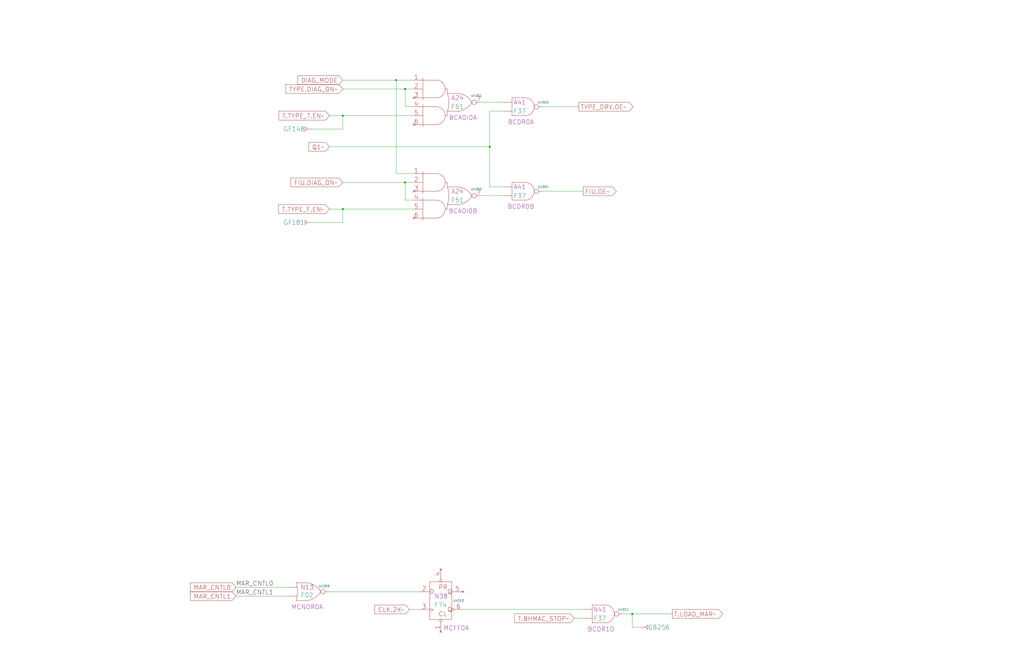
<source format=kicad_sch>
(kicad_sch (version 20230121) (generator eeschema)
  (paper "User" 584.2 378.46)
  (title_block (title "BUS CONTROL") (date "15-MAR-90") (rev "1.0") (comment 1 "TYPE") (comment 2 "232-003062") (comment 3 "S400") (comment 4 "RELEASED"))
  (lib_symbols
    (symbol "r1000:F02" (pin_numbers hide) (pin_names hide)
      (property "Reference" "U" (at 12.16 0.635 0))
      (property "Value" "F02" (at -1.27 -4.445 0))
      (property "Location" "___" (at 2.54 0 0))
      (property "Name" "______" (at 2.54 -12.7 0))
      (symbol "F02_0_1"
        (arc (start -3.81 -7.62) (mid -2.9847 -2.54) (end -3.81 2.54) (stroke (width 0.1524)))
        (polyline (pts (xy -5.08 -5.08) (xy -3.175 -5.08)) (stroke (width 0.1524)))
        (polyline (pts (xy -5.08 0) (xy -3.175 0)) (stroke (width 0.1524)))
        (polyline (pts (xy -3.81 -7.62) (xy 2.54 -7.62)) (stroke (width 0.1524)))
        (polyline (pts (xy -3.81 2.54) (xy 2.54 2.54)) (stroke (width 0.1524)))
        (polyline (pts (xy 13.97 -2.54) (xy 12.7 -2.54)) (stroke (width 0.1524)))
        (arc (start 2.54 -7.62) (mid 6.9515 -5.9823) (end 10.16 -2.54) (stroke (width 0.1524)))
        (arc (start 10.16 -2.54) (mid 6.9478 0.8966) (end 2.54 2.54) (stroke (width 0.1524)))
        (circle (center 11.43 -2.54) (radius 1.27) (stroke (width 0.1524)))
      )
      (symbol "F02_0_2"
        (circle (center -3.81 -5.08) (radius 1.27) (stroke (width 0.1524)))
        (circle (center -3.81 0) (radius 1.27) (stroke (width 0.1524)))
        (polyline (pts (xy -2.54 -7.62) (xy 5.08 -7.62)) (stroke (width 0.1524)))
        (polyline (pts (xy -2.54 2.54) (xy -2.54 -7.62)) (stroke (width 0.1524)))
        (polyline (pts (xy -2.54 2.54) (xy 5.08 2.54)) (stroke (width 0.1524)))
        (polyline (pts (xy 11.43 -2.54) (xy 10.16 -2.54)) (stroke (width 0.1524)))
        (polyline (pts (xy 11.43 -2.54) (xy 12.7 -2.54)) (stroke (width 0.1524)))
        (arc (start 5.08 -7.62) (mid 10.1282 -2.54) (end 5.08 2.54) (stroke (width 0.1524)))
      )
      (symbol "F02_1_1"
        (pin input line (at -7.62 0 0) (length 2.54) (name "D0") (number "1"))
        (pin input line (at -7.62 -5.08 0) (length 2.54) (name "D1") (number "2"))
        (pin output line (at 15.24 -2.54 180) (length 1.27) (name "Q") (number "3"))
      )
      (symbol "F02_1_2"
        (pin input line (at -7.62 0 0) (length 2.54) (name "D0") (number "1"))
        (pin input line (at -7.62 -5.08 0) (length 2.54) (name "D1") (number "2"))
        (pin output line (at 15.24 -2.54 180) (length 2.54) (name "Q") (number "3"))
      )
    )
    (symbol "r1000:F37" (pin_numbers hide) (pin_names (offset 0) hide)
      (property "Reference" "U" (at 15.24 0 0))
      (property "Value" "F37" (at 1.905 -5.08 0))
      (property "Location" "___" (at 1.905 0 0))
      (property "Name" "______" (at 2.54 -12.7 0))
      (symbol "F37_0_1"
        (polyline (pts (xy -2.54 -7.62) (xy 5.08 -7.62)) (stroke (width 0.1524)))
        (polyline (pts (xy -2.54 2.54) (xy -2.54 -7.62)) (stroke (width 0.1524)))
        (polyline (pts (xy -2.54 2.54) (xy 5.08 2.54)) (stroke (width 0.1524)))
        (arc (start 5.08 -7.62) (mid 10.1282 -2.54) (end 5.08 2.54) (stroke (width 0.1524)))
        (circle (center 11.43 -2.54) (radius 1.27) (stroke (width 0.1524)))
      )
      (symbol "F37_0_2"
        (circle (center -3.81 -5.08) (radius 1.27) (stroke (width 0.1524)))
        (circle (center -3.81 0) (radius 1.27) (stroke (width 0.1524)))
        (arc (start -3.175 -7.62) (mid -2.134 -2.54) (end -3.175 2.54) (stroke (width 0.1524)))
        (polyline (pts (xy -3.175 -7.62) (xy 3.81 -7.62)) (stroke (width 0.1524)))
        (polyline (pts (xy -3.175 2.54) (xy 3.81 2.54)) (stroke (width 0.1524)))
        (arc (start 3.81 -7.62) (mid 7.5855 -5.8306) (end 10.16 -2.54) (stroke (width 0.1524)))
        (arc (start 10.16 -2.54) (mid 7.5827 0.7471) (end 3.81 2.54) (stroke (width 0.1524)))
      )
      (symbol "F37_1_1"
        (pin input line (at -7.62 0 0) (length 5.08) (name "D0") (number "1"))
        (pin input line (at -7.62 -5.08 0) (length 5.08) (name "D1") (number "2"))
        (pin output line (at 15.24 -2.54 180) (length 2.54) (name "Q") (number "3"))
      )
      (symbol "F37_1_2"
        (pin input line (at -7.62 0 0) (length 2.54) (name "D0") (number "1"))
        (pin input line (at -7.62 -5.08 0) (length 2.54) (name "D1") (number "2"))
        (pin output line (at 15.24 -2.54 180) (length 5.08) (name "Q") (number "3"))
      )
    )
    (symbol "r1000:F51" (pin_names hide)
      (property "Reference" "U" (at 12.7 1.27 0))
      (property "Value" "F51" (at 1.905 -5.08 0))
      (property "Location" "___" (at 1.905 0 0))
      (property "Name" "______" (at 5.08 -12.7 0))
      (symbol "F51_0_0"
        (arc (start -10.16 -15.24) (mid -6.5679 -13.7521) (end -5.08 -10.16) (stroke (width 0.1524)))
        (arc (start -10.16 0) (mid -6.5679 1.4879) (end -5.08 5.08) (stroke (width 0.1524)))
        (arc (start -5.08 -10.16) (mid -6.5679 -6.5679) (end -10.16 -5.08) (stroke (width 0.1524)))
        (arc (start -5.08 5.08) (mid -6.5679 8.6721) (end -10.16 10.16) (stroke (width 0.1524)))
        (arc (start -3.8173 -7.62) (mid -2.9926 -2.54) (end -3.8173 2.54) (stroke (width 0.1524)))
        (polyline (pts (xy -20.32 -15.24) (xy -17.78 -15.24)) (stroke (width 0.1524)))
        (polyline (pts (xy -20.32 -10.16) (xy -17.78 -10.16)) (stroke (width 0.1524)))
        (polyline (pts (xy -20.32 -5.08) (xy -17.78 -5.08)) (stroke (width 0.1524)))
        (polyline (pts (xy -20.32 0) (xy -17.78 0)) (stroke (width 0.1524)))
        (polyline (pts (xy -20.32 5.08) (xy -17.78 5.08)) (stroke (width 0.1524)))
        (polyline (pts (xy -20.32 10.16) (xy -17.78 10.16)) (stroke (width 0.1524)))
        (polyline (pts (xy -17.78 -3.81) (xy -17.78 -16.51)) (stroke (width 0.1524)))
        (polyline (pts (xy -17.78 11.43) (xy -17.78 -1.27)) (stroke (width 0.1524)))
        (polyline (pts (xy -10.16 -15.24) (xy -17.78 -15.24)) (stroke (width 0.1524)))
        (polyline (pts (xy -10.16 -5.08) (xy -17.78 -5.08)) (stroke (width 0.1524)))
        (polyline (pts (xy -10.16 0) (xy -17.78 0)) (stroke (width 0.1524)))
        (polyline (pts (xy -10.16 10.16) (xy -17.78 10.16)) (stroke (width 0.1524)))
        (polyline (pts (xy -3.81 -7.62) (xy 2.54 -7.62)) (stroke (width 0.1524)))
        (polyline (pts (xy -3.81 2.54) (xy 2.54 2.54)) (stroke (width 0.1524)))
        (polyline (pts (xy -5.08 -10.16) (xy -3.81 -10.16) (xy -3.81 -7.62)) (stroke (width 0.1524)))
        (polyline (pts (xy -5.08 5.08) (xy -3.81 5.08) (xy -3.81 2.54)) (stroke (width 0.1524)))
        (arc (start 2.54 -7.62) (mid 6.9504 -5.9805) (end 10.16 -2.54) (stroke (width 0.1524)))
        (arc (start 10.16 -2.54) (mid 6.9516 0.9024) (end 2.54 2.54) (stroke (width 0.1524)))
        (circle (center 11.43 -2.54) (radius 1.27) (stroke (width 0.1524)))
      )
      (symbol "F51_1_1"
        (pin input line (at -22.86 10.16 0) (length 2.54) (name "A1") (number "1"))
        (pin input line (at -22.86 5.08 0) (length 2.54) (name "A2") (number "2"))
        (pin input line (at -22.86 0 0) (length 2.54) (name "A3") (number "3"))
        (pin input line (at -22.86 -5.08 0) (length 2.54) (name "B1") (number "4"))
        (pin input line (at -22.86 -10.16 0) (length 2.54) (name "B2") (number "5"))
        (pin input line (at -22.86 -15.24 0) (length 2.54) (name "B3") (number "6"))
        (pin output line (at 15.24 -2.54 180) (length 2.54) (name "Q") (number "7"))
      )
    )
    (symbol "r1000:F74" (pin_names (offset 1.016) hide)
      (property "Reference" "U" (at 12.7 -2.54 0))
      (property "Value" "F74" (at -1.27 -5.08 0))
      (property "Location" "___" (at -1.27 0 0))
      (property "Name" "______" (at 11.43 -19.685 0))
      (symbol "F74_0_1"
        (rectangle (start -3.81 8.255) (end 8.89 -13.335) (stroke (width 0.1524)))
        (polyline (pts (xy 2.54 -15.24) (xy 2.54 -14.605)) (stroke (width 0.1524)))
        (polyline (pts (xy 2.54 10.16) (xy 2.54 9.525)) (stroke (width 0.1524)))
      )
      (symbol "F74_1_1"
        (circle (center 2.54 -13.97) (radius 0.635))
        (circle (center 2.54 8.89) (radius 0.635))
        (circle (center 9.525 -7.62) (radius 0.635))
        (text ">" (at -2.54 -7.62 0) (effects (font (size 2.54 2.54))))
        (text "C" (at 2.54 -10.16 0) (effects (font (size 2.54 2.54))))
        (text "D" (at -2.54 2.54 0) (effects (font (size 2.54 2.54))))
        (text "L" (at 5.08 -10.16 0) (effects (font (size 2.54 2.54))))
        (text "P" (at 2.54 5.08 0) (effects (font (size 2.54 2.54))))
        (text "Q" (at 7.62 -7.62 0) (effects (font (size 2.54 2.54))))
        (text "Q" (at 7.62 2.54 0) (effects (font (size 2.54 2.54))))
        (text "R" (at 5.08 5.08 0) (effects (font (size 2.54 2.54))))
        (pin input line (at 2.54 -20.32 90) (length 5.08) (name "CL_") (number "1"))
        (pin input line (at -10.16 2.54 0) (length 6.35) (name "D") (number "2"))
        (pin input line (at -10.16 -7.62 0) (length 6.35) (name "CLK") (number "3"))
        (pin input line (at 2.54 15.24 270) (length 5.08) (name "PR_") (number "4"))
        (pin output line (at 15.24 2.54 180) (length 6.35) (name "Q") (number "5"))
        (pin output line (at 15.24 -7.62 180) (length 5.08) (name "Q_") (number "6"))
      )
    )
    (symbol "r1000:GB" (pin_numbers hide) (pin_names (offset 0) hide)
      (property "Reference" "GB" (at 3.81 0 0))
      (symbol "GB_0_1"
        (polyline (pts (xy 2.54 0) (xy 3.81 1.27) (xy 3.81 -1.27) (xy 2.54 0)) (stroke (width 0.1524)))
      )
      (symbol "GB_1_1"
        (pin bidirectional line (at 0 0 0) (length 2.54) (name "") (number "1"))
      )
    )
    (symbol "r1000:GF" (pin_numbers hide) (pin_names (offset 0) hide)
      (property "Reference" "GF" (at 3.81 0 0))
      (symbol "GF_0_1"
        (polyline (pts (xy 2.54 0) (xy 3.81 1.27) (xy 3.81 -1.27) (xy 2.54 0)) (stroke (width 0.1524)))
      )
      (symbol "GF_1_1"
        (pin bidirectional line (at 0 0 0) (length 2.54) (name "") (number "1"))
      )
    )
  )
  (junction (at 360.68 350.52))
  (junction (at 195.58 66.04))
  (junction (at 226.06 45.72))
  (junction (at 195.58 119.38))
  (junction (at 279.4 83.82))
  (junction (at 231.14 50.8))
  (junction (at 231.14 104.14))
  (no_connect (at 236.22 71.12))
  (no_connect (at 251.46 325.12))
  (no_connect (at 236.22 55.88))
  (no_connect (at 236.22 124.46))
  (no_connect (at 264.16 337.82))
  (no_connect (at 236.22 109.22))
  (no_connect (at 251.46 360.68))
  (wire (pts (xy 231.14 60.96) (xy 236.22 60.96)))
  (wire (pts (xy 309.88 109.22) (xy 332.74 109.22)))
  (wire (pts (xy 279.4 63.5) (xy 279.4 83.82)))
  (wire (pts (xy 195.58 50.8) (xy 231.14 50.8)))
  (wire (pts (xy 287.02 106.68) (xy 279.4 106.68)))
  (wire (pts (xy 195.58 119.38) (xy 236.22 119.38)))
  (wire (pts (xy 226.06 45.72) (xy 226.06 99.06)))
  (wire (pts (xy 309.88 60.96) (xy 330.2 60.96)))
  (wire (pts (xy 226.06 99.06) (xy 236.22 99.06)))
  (wire (pts (xy 231.14 50.8) (xy 236.22 50.8)))
  (wire (pts (xy 231.14 114.3) (xy 231.14 104.14)))
  (wire (pts (xy 274.32 111.76) (xy 287.02 111.76)))
  (wire (pts (xy 233.68 347.98) (xy 238.76 347.98)))
  (wire (pts (xy 195.58 45.72) (xy 226.06 45.72)))
  (wire (pts (xy 226.06 45.72) (xy 236.22 45.72)))
  (wire (pts (xy 264.16 347.98) (xy 332.74 347.98)))
  (wire (pts (xy 231.14 50.8) (xy 231.14 60.96)))
  (wire (pts (xy 195.58 73.66) (xy 195.58 66.04)))
  (wire (pts (xy 195.58 66.04) (xy 236.22 66.04)))
  (wire (pts (xy 279.4 83.82) (xy 279.4 106.68)))
  (wire (pts (xy 231.14 104.14) (xy 236.22 104.14)))
  (wire (pts (xy 187.96 66.04) (xy 195.58 66.04)))
  (wire (pts (xy 187.96 119.38) (xy 195.58 119.38)))
  (wire (pts (xy 177.8 127) (xy 195.58 127)))
  (wire (pts (xy 195.58 104.14) (xy 231.14 104.14)))
  (wire (pts (xy 360.68 358.14) (xy 360.68 350.52)))
  (wire (pts (xy 360.68 350.52) (xy 383.54 350.52)))
  (wire (pts (xy 134.62 340.36) (xy 165.1 340.36)))
  (wire (pts (xy 287.02 63.5) (xy 279.4 63.5)))
  (wire (pts (xy 195.58 127) (xy 195.58 119.38)))
  (wire (pts (xy 355.6 350.52) (xy 360.68 350.52)))
  (wire (pts (xy 236.22 114.3) (xy 231.14 114.3)))
  (wire (pts (xy 187.96 337.82) (xy 238.76 337.82)))
  (wire (pts (xy 365.76 358.14) (xy 360.68 358.14)))
  (wire (pts (xy 327.66 353.06) (xy 332.74 353.06)))
  (wire (pts (xy 134.62 335.28) (xy 165.1 335.28)))
  (wire (pts (xy 177.8 73.66) (xy 195.58 73.66)))
  (wire (pts (xy 187.96 83.82) (xy 279.4 83.82)))
  (wire (pts (xy 274.32 58.42) (xy 287.02 58.42)))
  (label "MAR_CNTL1" (at 134.62 340.36 0) (effects (font (size 2.54 2.54))))
  (label "MAR_CNTL0" (at 134.62 335.28 0) (effects (font (size 2.54 2.54))))
  (global_label "T.TYPE_T.EN~" (shape input) (at 187.96 66.04 180) (effects (font (size 2.54 2.54))) (property "Intersheetrefs" "${INTERSHEET_REFS}" (at 158.5187 66.04 0) (effects (font (size 1.905 1.905)) (justify right))))
  (global_label "MAR_CNTL0" (shape input) (at 134.62 335.28 180) (effects (font (size 2.54 2.54))) (property "Intersheetrefs" "${INTERSHEET_REFS}" (at 108.6273 335.1213 0) (effects (font (size 1.905 1.905)) (justify right))))
  (global_label "FIU.DIAG_ON~" (shape input) (at 195.58 104.14 180) (effects (font (size 2.54 2.54))) (property "Intersheetrefs" "${INTERSHEET_REFS}" (at 165.9588 103.9813 0) (effects (font (size 1.905 1.905)) (justify right))))
  (global_label "MAR_CNTL1" (shape input) (at 134.62 340.36 180) (effects (font (size 2.54 2.54))) (property "Intersheetrefs" "${INTERSHEET_REFS}" (at 108.6273 340.2013 0) (effects (font (size 1.905 1.905)) (justify right))))
  (global_label "T.LOAD_MAR~" (shape output) (at 383.54 350.52 0) (effects (font (size 2.54 2.54))) (property "Intersheetrefs" "${INTERSHEET_REFS}" (at 412.3146 350.3613 0) (effects (font (size 1.905 1.905)) (justify left))))
  (global_label "T.TYPE_F.EN~" (shape input) (at 187.96 119.38 180) (effects (font (size 2.54 2.54))) (property "Intersheetrefs" "${INTERSHEET_REFS}" (at 158.9435 119.2213 0) (effects (font (size 1.905 1.905)) (justify right))))
  (global_label "CLK.2X~" (shape input) (at 233.68 347.98 180) (effects (font (size 2.54 2.54))) (property "Intersheetrefs" "${INTERSHEET_REFS}" (at 207.6873 347.8213 0) (effects (font (size 1.905 1.905)) (justify right))))
  (global_label "TYPE.DIAG_ON~" (shape input) (at 195.58 50.8 180) (effects (font (size 2.54 2.54))) (property "Intersheetrefs" "${INTERSHEET_REFS}" (at 163.0559 50.6413 0) (effects (font (size 1.905 1.905)) (justify right))))
  (global_label "TYPE_DRV.OE~" (shape output) (at 330.2 60.96 0) (effects (font (size 2.54 2.54))) (property "Intersheetrefs" "${INTERSHEET_REFS}" (at 361.1517 60.8013 0) (effects (font (size 1.905 1.905)) (justify left))))
  (global_label "DIAG_MODE" (shape input) (at 195.58 45.72 180) (effects (font (size 2.54 2.54))) (property "Intersheetrefs" "${INTERSHEET_REFS}" (at 163.7816 45.5613 0) (effects (font (size 1.905 1.905)) (justify right))))
  (global_label "T.BHMAC_STOP~" (shape input) (at 327.66 353.06 180) (effects (font (size 2.54 2.54))) (property "Intersheetrefs" "${INTERSHEET_REFS}" (at 293.5635 352.9013 0) (effects (font (size 1.905 1.905)) (justify right))))
  (global_label "Q1~" (shape input) (at 187.96 83.82 180) (effects (font (size 2.54 2.54))) (property "Intersheetrefs" "${INTERSHEET_REFS}" (at 175.2552 83.82 0) (effects (font (size 1.905 1.905)) (justify right))))
  (global_label "FIU.OE~" (shape output) (at 332.74 109.22 0) (effects (font (size 2.54 2.54))) (property "Intersheetrefs" "${INTERSHEET_REFS}" (at 351.5965 109.0613 0) (effects (font (size 1.905 1.905)) (justify left))))
  (symbol (lib_id "r1000:F51") (at 259.08 109.22 0) (unit 1)
    (property "Reference" "U4302" (at 271.78 107.95 0))
    (property "Value" "F51" (at 260.985 114.3 0) (effects (font (size 2.54 2.54))))
    (property "Location" "A24" (at 260.985 109.22 0) (effects (font (size 2.54 2.54))))
    (property "Name" "BCAOI0B" (at 264.16 121.92 0) (effects (font (size 2.54 2.54)) (justify bottom)))
  )
  (symbol (lib_id "r1000:F37") (at 294.64 106.68 0) (unit 1)
    (property "Reference" "U4304" (at 309.88 106.68 0))
    (property "Value" "F37" (at 296.545 111.76 0) (effects (font (size 2.54 2.54))))
    (property "Location" "A41" (at 296.545 106.68 0) (effects (font (size 2.54 2.54))))
    (property "Name" "BCDR0B" (at 297.18 119.38 0) (effects (font (size 2.54 2.54)) (justify bottom)))
  )
  (symbol (lib_id "r1000:GF") (at 177.8 127 0) (mirror y) (unit 1)
    (property "Reference" "GF181" (at 173.99 127 0) (effects (font (size 2.54 2.54)) (justify left)))
    (property "Value" "GF" (effects hide))
  )
  (symbol (lib_id "r1000:F51") (at 259.08 55.88 0) (unit 1)
    (property "Reference" "U4301" (at 271.78 54.61 0))
    (property "Value" "F51" (at 260.985 60.96 0) (effects (font (size 2.54 2.54))))
    (property "Location" "A24" (at 260.985 55.88 0) (effects (font (size 2.54 2.54))))
    (property "Name" "BCAOI0A" (at 264.16 68.58 0) (effects (font (size 2.54 2.54)) (justify bottom)))
  )
  (symbol (lib_id "r1000:F37") (at 294.64 58.42 0) (unit 1)
    (property "Reference" "U4303" (at 309.88 58.42 0))
    (property "Value" "F37" (at 296.545 63.5 0) (effects (font (size 2.54 2.54))))
    (property "Location" "A41" (at 296.545 58.42 0) (effects (font (size 2.54 2.54))))
    (property "Name" "BCDR0A" (at 297.18 71.12 0) (effects (font (size 2.54 2.54)) (justify bottom)))
  )
  (symbol (lib_id "r1000:F74") (at 248.92 340.36 0) (unit 1)
    (property "Reference" "U4310" (at 261.62 342.9 0))
    (property "Value" "F74" (at 247.65 345.44 0) (effects (font (size 2.54 2.54)) (justify left)))
    (property "Location" "N38" (at 247.65 340.36 0) (effects (font (size 2.54 2.54)) (justify left)))
    (property "Name" "MCFF0A" (at 260.35 360.045 0) (effects (font (size 2.54 2.54)) (justify bottom)))
  )
  (symbol (lib_id "r1000:GF") (at 177.8 73.66 0) (mirror y) (unit 1)
    (property "Reference" "GF148" (at 173.99 73.66 0) (effects (font (size 2.54 2.54)) (justify left)))
    (property "Value" "GF" (effects hide))
  )
  (symbol (lib_id "r1000:F37") (at 340.36 347.98 0) (unit 1)
    (property "Reference" "U4311" (at 355.6 347.98 0))
    (property "Value" "F37" (at 342.265 353.06 0) (effects (font (size 2.54 2.54))))
    (property "Location" "N41" (at 342.265 347.98 0) (effects (font (size 2.54 2.54))))
    (property "Name" "BCDR1D" (at 342.9 360.68 0) (effects (font (size 2.54 2.54)) (justify bottom)))
  )
  (symbol (lib_id "r1000:GB") (at 365.76 358.14 0) (unit 1)
    (property "Reference" "GB256" (at 369.57 358.14 0) (effects (font (size 2.54 2.54)) (justify left)))
    (property "Value" "GB" (effects hide))
  )
  (symbol (lib_id "r1000:F02") (at 172.72 335.28 0) (unit 1)
    (property "Reference" "U4309" (at 184.88 334.645 0))
    (property "Value" "F02" (at 171.45 339.725 0) (effects (font (size 2.54 2.54)) (justify left)))
    (property "Location" "N13" (at 175.26 335.28 0) (effects (font (size 2.54 2.54))))
    (property "Name" "MCNOR0A" (at 175.26 347.98 0) (effects (font (size 2.54 2.54)) (justify bottom)))
  )
)
</source>
